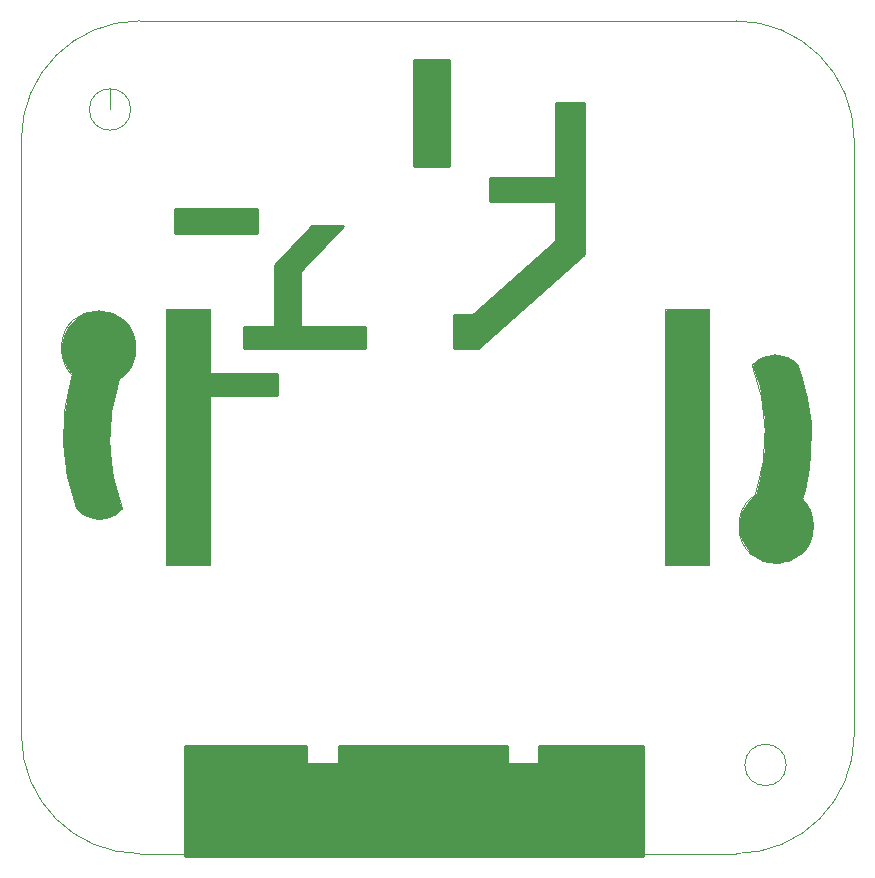
<source format=gm1>
G04 #@! TF.GenerationSoftware,KiCad,Pcbnew,(5.0.0)*
G04 #@! TF.CreationDate,2018-09-09T10:03:14+02:00*
G04 #@! TF.ProjectId,reapter,726561707465722E6B696361645F7063,rev?*
G04 #@! TF.SameCoordinates,Original*
G04 #@! TF.FileFunction,Profile,NP*
%FSLAX46Y46*%
G04 Gerber Fmt 4.6, Leading zero omitted, Abs format (unit mm)*
G04 Created by KiCad (PCBNEW (5.0.0)) date 09/09/18 10:03:14*
%MOMM*%
%LPD*%
G01*
G04 APERTURE LIST*
%ADD10C,0.100000*%
%ADD11C,0.254000*%
G04 APERTURE END LIST*
D10*
X51776445Y-61701938D02*
X51776445Y-59951938D01*
X53526445Y-61701938D02*
G75*
G03X53526445Y-61701938I-1750000J0D01*
G01*
X109026445Y-117201938D02*
G75*
G03X109026445Y-117201938I-1750000J0D01*
G01*
X54276445Y-54201938D02*
X104776445Y-54201938D01*
X114776445Y-64201938D02*
X114776445Y-114701938D01*
X44276445Y-114701938D02*
X44276445Y-64201938D01*
X102526445Y-100301938D02*
X102526445Y-78601938D01*
X98776445Y-100301938D02*
X98776445Y-78601938D01*
X102526445Y-100301938D02*
X98776445Y-100301938D01*
X98776445Y-78601938D02*
X102526445Y-78601938D01*
X60276445Y-100301938D02*
X60276445Y-78601938D01*
X56526445Y-100301938D02*
X56526445Y-78601938D01*
X60276445Y-100301938D02*
X56526445Y-100301938D01*
X56526445Y-78601938D02*
X60276445Y-78601938D01*
X52589095Y-84501957D02*
G75*
G02X48580703Y-84128251I-1779276J2599361D01*
G01*
X106397405Y-94379966D02*
G75*
G02X110405796Y-94753674I1779274J-2599362D01*
G01*
X106146222Y-83370707D02*
G75*
G02X110046222Y-83370707I1950000J-1682265D01*
G01*
X106146222Y-83370707D02*
G75*
G02X106397404Y-94379966I-14912061J-5847721D01*
G01*
X110046223Y-83370707D02*
G75*
G02X110405796Y-94753674I-16664436J-6223571D01*
G01*
X111326679Y-96979328D02*
G75*
G03X111326679Y-96979328I-3150000J0D01*
G01*
X52840276Y-95511217D02*
G75*
G02X48940276Y-95511217I-1950000J1682265D01*
G01*
X52840276Y-95511217D02*
G75*
G02X52589094Y-84501958I14912062J5847721D01*
G01*
X48940277Y-95511217D02*
G75*
G02X48580703Y-84128251I16664434J6223571D01*
G01*
X53959819Y-81902596D02*
G75*
G03X53959819Y-81902596I-3150000J0D01*
G01*
X54276445Y-124701938D02*
G75*
G02X44276445Y-114701938I0J10000000D01*
G01*
X114776445Y-114701938D02*
G75*
G02X104776445Y-124701938I-10000000J0D01*
G01*
X104776445Y-124701938D02*
X54276445Y-124701938D01*
X104776445Y-54201938D02*
G75*
G02X114776445Y-64201938I0J-10000000D01*
G01*
X44276445Y-64201938D02*
G75*
G02X54276445Y-54201938I10000000J0D01*
G01*
D11*
G36*
X68373000Y-117000000D02*
X68382667Y-117048601D01*
X68410197Y-117089803D01*
X68451399Y-117117333D01*
X68500000Y-117127000D01*
X71000000Y-117127000D01*
X71048601Y-117117333D01*
X71089803Y-117089803D01*
X71117333Y-117048601D01*
X71127000Y-117000000D01*
X71127000Y-115627000D01*
X85373000Y-115627000D01*
X85373000Y-117000000D01*
X85382667Y-117048601D01*
X85410197Y-117089803D01*
X85451399Y-117117333D01*
X85500000Y-117127000D01*
X88000000Y-117127000D01*
X88048601Y-117117333D01*
X88089803Y-117089803D01*
X88117333Y-117048601D01*
X88127000Y-117000000D01*
X88127000Y-115627000D01*
X96873000Y-115627000D01*
X96873000Y-124873000D01*
X58127000Y-124873000D01*
X58127000Y-115627000D01*
X68373000Y-115627000D01*
X68373000Y-117000000D01*
X68373000Y-117000000D01*
G37*
X68373000Y-117000000D02*
X68382667Y-117048601D01*
X68410197Y-117089803D01*
X68451399Y-117117333D01*
X68500000Y-117127000D01*
X71000000Y-117127000D01*
X71048601Y-117117333D01*
X71089803Y-117089803D01*
X71117333Y-117048601D01*
X71127000Y-117000000D01*
X71127000Y-115627000D01*
X85373000Y-115627000D01*
X85373000Y-117000000D01*
X85382667Y-117048601D01*
X85410197Y-117089803D01*
X85451399Y-117117333D01*
X85500000Y-117127000D01*
X88000000Y-117127000D01*
X88048601Y-117117333D01*
X88089803Y-117089803D01*
X88117333Y-117048601D01*
X88127000Y-117000000D01*
X88127000Y-115627000D01*
X96873000Y-115627000D01*
X96873000Y-124873000D01*
X58127000Y-124873000D01*
X58127000Y-115627000D01*
X68373000Y-115627000D01*
X68373000Y-117000000D01*
G36*
X60173000Y-84000000D02*
X60182667Y-84048601D01*
X60210197Y-84089803D01*
X60251399Y-84117333D01*
X60300000Y-84127000D01*
X65873000Y-84127000D01*
X65873000Y-85873000D01*
X60300000Y-85873000D01*
X60251399Y-85882667D01*
X60210197Y-85910197D01*
X60182667Y-85951399D01*
X60173000Y-86000000D01*
X60173000Y-100173000D01*
X56627000Y-100173000D01*
X56627000Y-78727000D01*
X60173000Y-78727000D01*
X60173000Y-84000000D01*
X60173000Y-84000000D01*
G37*
X60173000Y-84000000D02*
X60182667Y-84048601D01*
X60210197Y-84089803D01*
X60251399Y-84117333D01*
X60300000Y-84127000D01*
X65873000Y-84127000D01*
X65873000Y-85873000D01*
X60300000Y-85873000D01*
X60251399Y-85882667D01*
X60210197Y-85910197D01*
X60182667Y-85951399D01*
X60173000Y-86000000D01*
X60173000Y-100173000D01*
X56627000Y-100173000D01*
X56627000Y-78727000D01*
X60173000Y-78727000D01*
X60173000Y-84000000D01*
G36*
X51807093Y-79020934D02*
X52718562Y-79500655D01*
X53197411Y-80075273D01*
X53630178Y-80748466D01*
X53822212Y-81708637D01*
X53774406Y-82473531D01*
X53437756Y-83387296D01*
X52907148Y-84062615D01*
X52465626Y-84455079D01*
X52427113Y-84517942D01*
X52127113Y-85667942D01*
X52126546Y-85670201D01*
X51776546Y-87120201D01*
X51773323Y-87140952D01*
X51623323Y-89240952D01*
X51623066Y-89254095D01*
X51673066Y-90804095D01*
X51673630Y-90812637D01*
X51823630Y-92312637D01*
X51825466Y-92324907D01*
X52075466Y-93574907D01*
X52078458Y-93586831D01*
X52578458Y-95236831D01*
X52586408Y-95256796D01*
X52690080Y-95464140D01*
X52084648Y-95939836D01*
X51419625Y-96224846D01*
X50758960Y-96272037D01*
X50094039Y-96129554D01*
X49376441Y-95746835D01*
X49062027Y-95432421D01*
X48423708Y-93370160D01*
X48076268Y-91384789D01*
X47977000Y-89895767D01*
X47977000Y-87909472D01*
X48274860Y-85923737D01*
X48572391Y-84634436D01*
X48720483Y-84190161D01*
X48726680Y-84140997D01*
X48704814Y-84078285D01*
X48522002Y-83811098D01*
X48486579Y-83776447D01*
X48464306Y-83767506D01*
X48233461Y-83421239D01*
X48233578Y-83420309D01*
X48211711Y-83357595D01*
X48063202Y-83140544D01*
X47825765Y-82523209D01*
X47777825Y-81612336D01*
X47969065Y-80847374D01*
X48402136Y-80077470D01*
X49029947Y-79449659D01*
X49552621Y-79117048D01*
X50221234Y-78926016D01*
X51090922Y-78877700D01*
X51807093Y-79020934D01*
X51807093Y-79020934D01*
G37*
X51807093Y-79020934D02*
X52718562Y-79500655D01*
X53197411Y-80075273D01*
X53630178Y-80748466D01*
X53822212Y-81708637D01*
X53774406Y-82473531D01*
X53437756Y-83387296D01*
X52907148Y-84062615D01*
X52465626Y-84455079D01*
X52427113Y-84517942D01*
X52127113Y-85667942D01*
X52126546Y-85670201D01*
X51776546Y-87120201D01*
X51773323Y-87140952D01*
X51623323Y-89240952D01*
X51623066Y-89254095D01*
X51673066Y-90804095D01*
X51673630Y-90812637D01*
X51823630Y-92312637D01*
X51825466Y-92324907D01*
X52075466Y-93574907D01*
X52078458Y-93586831D01*
X52578458Y-95236831D01*
X52586408Y-95256796D01*
X52690080Y-95464140D01*
X52084648Y-95939836D01*
X51419625Y-96224846D01*
X50758960Y-96272037D01*
X50094039Y-96129554D01*
X49376441Y-95746835D01*
X49062027Y-95432421D01*
X48423708Y-93370160D01*
X48076268Y-91384789D01*
X47977000Y-89895767D01*
X47977000Y-87909472D01*
X48274860Y-85923737D01*
X48572391Y-84634436D01*
X48720483Y-84190161D01*
X48726680Y-84140997D01*
X48704814Y-84078285D01*
X48522002Y-83811098D01*
X48486579Y-83776447D01*
X48464306Y-83767506D01*
X48233461Y-83421239D01*
X48233578Y-83420309D01*
X48211711Y-83357595D01*
X48063202Y-83140544D01*
X47825765Y-82523209D01*
X47777825Y-81612336D01*
X47969065Y-80847374D01*
X48402136Y-80077470D01*
X49029947Y-79449659D01*
X49552621Y-79117048D01*
X50221234Y-78926016D01*
X51090922Y-78877700D01*
X51807093Y-79020934D01*
G36*
X108716576Y-82722592D02*
X109337808Y-82913740D01*
X109941782Y-83424795D01*
X110203271Y-84161718D01*
X110700382Y-86150162D01*
X111022860Y-88233868D01*
X110998055Y-89970275D01*
X110873755Y-92033648D01*
X110500968Y-93897582D01*
X110301575Y-94720079D01*
X110299520Y-94769589D01*
X110322587Y-94825103D01*
X110593467Y-95194485D01*
X110956107Y-95823060D01*
X111196655Y-96785255D01*
X111124923Y-97622127D01*
X110788405Y-98535534D01*
X110192224Y-99250951D01*
X109302708Y-99755812D01*
X108316347Y-99996388D01*
X107408248Y-99900798D01*
X106759334Y-99612392D01*
X106135606Y-99228560D01*
X105585047Y-98534377D01*
X105390032Y-98079341D01*
X105362002Y-98038478D01*
X105356839Y-98035795D01*
X105331348Y-97945160D01*
X105325822Y-97929517D01*
X105317543Y-97910199D01*
X105316587Y-97892679D01*
X105302175Y-97841435D01*
X105296200Y-97829686D01*
X105293454Y-97813213D01*
X105290439Y-97799707D01*
X105152675Y-97309880D01*
X105162844Y-97045506D01*
X105161210Y-97019745D01*
X105158142Y-97001339D01*
X105165906Y-96965881D01*
X105169855Y-96863214D01*
X105168814Y-96841389D01*
X105154062Y-96731808D01*
X105393081Y-95751830D01*
X105872210Y-95033137D01*
X106485986Y-94468463D01*
X106521384Y-94412349D01*
X106921384Y-93112349D01*
X106925272Y-93095879D01*
X107350272Y-90545879D01*
X107352000Y-90525000D01*
X107352000Y-87900000D01*
X107350147Y-87878384D01*
X106875147Y-85128384D01*
X106870312Y-85109331D01*
X106292548Y-83400113D01*
X106342121Y-83338148D01*
X106724659Y-83003427D01*
X107123591Y-82768761D01*
X107595414Y-82650805D01*
X108214923Y-82603150D01*
X108716576Y-82722592D01*
X108716576Y-82722592D01*
G37*
X108716576Y-82722592D02*
X109337808Y-82913740D01*
X109941782Y-83424795D01*
X110203271Y-84161718D01*
X110700382Y-86150162D01*
X111022860Y-88233868D01*
X110998055Y-89970275D01*
X110873755Y-92033648D01*
X110500968Y-93897582D01*
X110301575Y-94720079D01*
X110299520Y-94769589D01*
X110322587Y-94825103D01*
X110593467Y-95194485D01*
X110956107Y-95823060D01*
X111196655Y-96785255D01*
X111124923Y-97622127D01*
X110788405Y-98535534D01*
X110192224Y-99250951D01*
X109302708Y-99755812D01*
X108316347Y-99996388D01*
X107408248Y-99900798D01*
X106759334Y-99612392D01*
X106135606Y-99228560D01*
X105585047Y-98534377D01*
X105390032Y-98079341D01*
X105362002Y-98038478D01*
X105356839Y-98035795D01*
X105331348Y-97945160D01*
X105325822Y-97929517D01*
X105317543Y-97910199D01*
X105316587Y-97892679D01*
X105302175Y-97841435D01*
X105296200Y-97829686D01*
X105293454Y-97813213D01*
X105290439Y-97799707D01*
X105152675Y-97309880D01*
X105162844Y-97045506D01*
X105161210Y-97019745D01*
X105158142Y-97001339D01*
X105165906Y-96965881D01*
X105169855Y-96863214D01*
X105168814Y-96841389D01*
X105154062Y-96731808D01*
X105393081Y-95751830D01*
X105872210Y-95033137D01*
X106485986Y-94468463D01*
X106521384Y-94412349D01*
X106921384Y-93112349D01*
X106925272Y-93095879D01*
X107350272Y-90545879D01*
X107352000Y-90525000D01*
X107352000Y-87900000D01*
X107350147Y-87878384D01*
X106875147Y-85128384D01*
X106870312Y-85109331D01*
X106292548Y-83400113D01*
X106342121Y-83338148D01*
X106724659Y-83003427D01*
X107123591Y-82768761D01*
X107595414Y-82650805D01*
X108214923Y-82603150D01*
X108716576Y-82722592D01*
G36*
X102398000Y-100198000D02*
X98877146Y-100198000D01*
X98901855Y-78726157D01*
X102398000Y-78702849D01*
X102398000Y-100198000D01*
X102398000Y-100198000D01*
G37*
X102398000Y-100198000D02*
X98877146Y-100198000D01*
X98901855Y-78726157D01*
X102398000Y-78702849D01*
X102398000Y-100198000D01*
G36*
X67907925Y-75312529D02*
X67881460Y-75354423D01*
X67873000Y-75400000D01*
X67873000Y-80000000D01*
X67882667Y-80048601D01*
X67910197Y-80089803D01*
X67951399Y-80117333D01*
X68000000Y-80127000D01*
X73373000Y-80127000D01*
X73373000Y-81873000D01*
X63127000Y-81873000D01*
X63127000Y-80127000D01*
X65600000Y-80127000D01*
X65648601Y-80117333D01*
X65689803Y-80089803D01*
X65717333Y-80048601D01*
X65727000Y-80000000D01*
X65727000Y-74850365D01*
X68854873Y-71527000D01*
X71504178Y-71527000D01*
X67907925Y-75312529D01*
X67907925Y-75312529D01*
G37*
X67907925Y-75312529D02*
X67881460Y-75354423D01*
X67873000Y-75400000D01*
X67873000Y-80000000D01*
X67882667Y-80048601D01*
X67910197Y-80089803D01*
X67951399Y-80117333D01*
X68000000Y-80127000D01*
X73373000Y-80127000D01*
X73373000Y-81873000D01*
X63127000Y-81873000D01*
X63127000Y-80127000D01*
X65600000Y-80127000D01*
X65648601Y-80117333D01*
X65689803Y-80089803D01*
X65717333Y-80048601D01*
X65727000Y-80000000D01*
X65727000Y-74850365D01*
X68854873Y-71527000D01*
X71504178Y-71527000D01*
X67907925Y-75312529D01*
G36*
X64238636Y-72123000D02*
X57242636Y-72123000D01*
X57242636Y-70127000D01*
X64238636Y-70127000D01*
X64238636Y-72123000D01*
X64238636Y-72123000D01*
G37*
X64238636Y-72123000D02*
X57242636Y-72123000D01*
X57242636Y-70127000D01*
X64238636Y-70127000D01*
X64238636Y-72123000D01*
G36*
X80473000Y-66473000D02*
X77527000Y-66473000D01*
X77527000Y-57527000D01*
X80473000Y-57527000D01*
X80473000Y-66473000D01*
X80473000Y-66473000D01*
G37*
X80473000Y-66473000D02*
X77527000Y-66473000D01*
X77527000Y-57527000D01*
X80473000Y-57527000D01*
X80473000Y-66473000D01*
G36*
X91873000Y-73942969D02*
X82951715Y-81873000D01*
X80927000Y-81873000D01*
X80927000Y-79127000D01*
X82400000Y-79127000D01*
X82448601Y-79117333D01*
X82484205Y-79095071D01*
X89484205Y-72895071D01*
X89514178Y-72855610D01*
X89527000Y-72800000D01*
X89527000Y-69600000D01*
X89517333Y-69551399D01*
X89489803Y-69510197D01*
X89448601Y-69482667D01*
X89400000Y-69473000D01*
X83927000Y-69473000D01*
X83927000Y-67527000D01*
X89400000Y-67527000D01*
X89448601Y-67517333D01*
X89489803Y-67489803D01*
X89517333Y-67448601D01*
X89527000Y-67400000D01*
X89527000Y-61127000D01*
X91873000Y-61127000D01*
X91873000Y-73942969D01*
X91873000Y-73942969D01*
G37*
X91873000Y-73942969D02*
X82951715Y-81873000D01*
X80927000Y-81873000D01*
X80927000Y-79127000D01*
X82400000Y-79127000D01*
X82448601Y-79117333D01*
X82484205Y-79095071D01*
X89484205Y-72895071D01*
X89514178Y-72855610D01*
X89527000Y-72800000D01*
X89527000Y-69600000D01*
X89517333Y-69551399D01*
X89489803Y-69510197D01*
X89448601Y-69482667D01*
X89400000Y-69473000D01*
X83927000Y-69473000D01*
X83927000Y-67527000D01*
X89400000Y-67527000D01*
X89448601Y-67517333D01*
X89489803Y-67489803D01*
X89517333Y-67448601D01*
X89527000Y-67400000D01*
X89527000Y-61127000D01*
X91873000Y-61127000D01*
X91873000Y-73942969D01*
M02*

</source>
